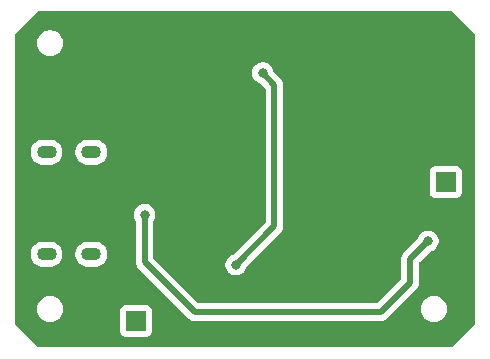
<source format=gbr>
%TF.GenerationSoftware,KiCad,Pcbnew,9.0.4*%
%TF.CreationDate,2025-10-19T21:38:03+02:00*%
%TF.ProjectId,3v-switching-voltage-regulator,33762d73-7769-4746-9368-696e672d766f,rev?*%
%TF.SameCoordinates,Original*%
%TF.FileFunction,Copper,L2,Bot*%
%TF.FilePolarity,Positive*%
%FSLAX46Y46*%
G04 Gerber Fmt 4.6, Leading zero omitted, Abs format (unit mm)*
G04 Created by KiCad (PCBNEW 9.0.4) date 2025-10-19 21:38:03*
%MOMM*%
%LPD*%
G01*
G04 APERTURE LIST*
%TA.AperFunction,HeatsinkPad*%
%ADD10O,1.700000X1.100000*%
%TD*%
%TA.AperFunction,ComponentPad*%
%ADD11R,1.700000X1.700000*%
%TD*%
%TA.AperFunction,ComponentPad*%
%ADD12C,1.700000*%
%TD*%
%TA.AperFunction,ViaPad*%
%ADD13C,0.800000*%
%TD*%
%TA.AperFunction,Conductor*%
%ADD14C,0.500000*%
%TD*%
G04 APERTURE END LIST*
D10*
%TO.P,J1,S1,SHIELD*%
%TO.N,unconnected-(J1-SHIELD-PadS1)_1*%
X87750000Y-47468600D03*
%TO.N,unconnected-(J1-SHIELD-PadS1)_3*%
X83950000Y-47468600D03*
%TO.N,unconnected-(J1-SHIELD-PadS1)*%
X87750000Y-56108600D03*
%TO.N,unconnected-(J1-SHIELD-PadS1)_2*%
X83950000Y-56108600D03*
%TD*%
D11*
%TO.P,INPUT,1,Pin_1*%
%TO.N,VIN*%
X91540000Y-61750000D03*
D12*
%TO.P,INPUT,2,Pin_2*%
%TO.N,GND*%
X89000000Y-61750000D03*
%TD*%
D11*
%TO.P,J2,1,Pin_1*%
%TO.N,Vout3.3*%
X117750000Y-50000000D03*
D12*
%TO.P,J2,2,Pin_2*%
%TO.N,GND*%
X117750000Y-52540000D03*
%TD*%
D13*
%TO.N,VIN*%
X100000000Y-57000000D03*
X102250000Y-40750000D03*
%TO.N,GND*%
X90750000Y-43500000D03*
X111750000Y-56500000D03*
X89750000Y-43500000D03*
X88750000Y-42500000D03*
X88750000Y-44500000D03*
X90750000Y-42500000D03*
X111750000Y-57500000D03*
X111750000Y-55500000D03*
X89750000Y-44500000D03*
X90750000Y-44500000D03*
X89750000Y-42500000D03*
X88750000Y-43500000D03*
%TO.N,Vout3.3*%
X116250000Y-55000000D03*
X92250000Y-52750000D03*
%TD*%
D14*
%TO.N,VIN*%
X103250000Y-53750000D02*
X100000000Y-57000000D01*
X103250000Y-41750000D02*
X103250000Y-53750000D01*
X102250000Y-40750000D02*
X103250000Y-41750000D01*
%TO.N,Vout3.3*%
X116250000Y-55000000D02*
X114750000Y-56500000D01*
X96500000Y-61000000D02*
X92250000Y-56750000D01*
X114750000Y-56500000D02*
X114750000Y-58500000D01*
X114750000Y-58500000D02*
X112250000Y-61000000D01*
X112250000Y-61000000D02*
X96500000Y-61000000D01*
X92250000Y-56750000D02*
X92250000Y-52750000D01*
%TD*%
%TA.AperFunction,Conductor*%
%TO.N,GND*%
G36*
X118265470Y-35520185D02*
G01*
X118286112Y-35536819D01*
X120213181Y-37463888D01*
X120246666Y-37525211D01*
X120249500Y-37551569D01*
X120249500Y-61948431D01*
X120229815Y-62015470D01*
X120213181Y-62036112D01*
X118286112Y-63963181D01*
X118224789Y-63996666D01*
X118198431Y-63999500D01*
X83301569Y-63999500D01*
X83234530Y-63979815D01*
X83213888Y-63963181D01*
X81286819Y-62036112D01*
X81253334Y-61974789D01*
X81250500Y-61948431D01*
X81250500Y-60663389D01*
X83149500Y-60663389D01*
X83149500Y-60836611D01*
X83176598Y-61007701D01*
X83230127Y-61172445D01*
X83308768Y-61326788D01*
X83410586Y-61466928D01*
X83533072Y-61589414D01*
X83673212Y-61691232D01*
X83827555Y-61769873D01*
X83992299Y-61823402D01*
X84163389Y-61850500D01*
X84163390Y-61850500D01*
X84336610Y-61850500D01*
X84336611Y-61850500D01*
X84507701Y-61823402D01*
X84672445Y-61769873D01*
X84826788Y-61691232D01*
X84966928Y-61589414D01*
X85089414Y-61466928D01*
X85191232Y-61326788D01*
X85269873Y-61172445D01*
X85323402Y-61007701D01*
X85348041Y-60852135D01*
X90189500Y-60852135D01*
X90189500Y-62647870D01*
X90189501Y-62647876D01*
X90195908Y-62707483D01*
X90246202Y-62842328D01*
X90246206Y-62842335D01*
X90332452Y-62957544D01*
X90332455Y-62957547D01*
X90447664Y-63043793D01*
X90447671Y-63043797D01*
X90582517Y-63094091D01*
X90582516Y-63094091D01*
X90589444Y-63094835D01*
X90642127Y-63100500D01*
X92437872Y-63100499D01*
X92497483Y-63094091D01*
X92632331Y-63043796D01*
X92747546Y-62957546D01*
X92833796Y-62842331D01*
X92884091Y-62707483D01*
X92890500Y-62647873D01*
X92890499Y-60852128D01*
X92884091Y-60792517D01*
X92835929Y-60663389D01*
X92833797Y-60657671D01*
X92833793Y-60657664D01*
X92747547Y-60542455D01*
X92747544Y-60542452D01*
X92632335Y-60456206D01*
X92632328Y-60456202D01*
X92497482Y-60405908D01*
X92497483Y-60405908D01*
X92437883Y-60399501D01*
X92437881Y-60399500D01*
X92437873Y-60399500D01*
X92437864Y-60399500D01*
X90642129Y-60399500D01*
X90642123Y-60399501D01*
X90582516Y-60405908D01*
X90447671Y-60456202D01*
X90447664Y-60456206D01*
X90332455Y-60542452D01*
X90332452Y-60542455D01*
X90246206Y-60657664D01*
X90246202Y-60657671D01*
X90195908Y-60792517D01*
X90189501Y-60852116D01*
X90189501Y-60852123D01*
X90189500Y-60852135D01*
X85348041Y-60852135D01*
X85350500Y-60836611D01*
X85350500Y-60663389D01*
X85323402Y-60492299D01*
X85269873Y-60327555D01*
X85191232Y-60173212D01*
X85089414Y-60033072D01*
X84966928Y-59910586D01*
X84826788Y-59808768D01*
X84672445Y-59730127D01*
X84507701Y-59676598D01*
X84507699Y-59676597D01*
X84507698Y-59676597D01*
X84376271Y-59655781D01*
X84336611Y-59649500D01*
X84163389Y-59649500D01*
X84123728Y-59655781D01*
X83992302Y-59676597D01*
X83827552Y-59730128D01*
X83673211Y-59808768D01*
X83593256Y-59866859D01*
X83533072Y-59910586D01*
X83533070Y-59910588D01*
X83533069Y-59910588D01*
X83410588Y-60033069D01*
X83410588Y-60033070D01*
X83410586Y-60033072D01*
X83366859Y-60093256D01*
X83308768Y-60173211D01*
X83230128Y-60327552D01*
X83176597Y-60492302D01*
X83168654Y-60542454D01*
X83149500Y-60663389D01*
X81250500Y-60663389D01*
X81250500Y-56005130D01*
X82599500Y-56005130D01*
X82599500Y-56212069D01*
X82639868Y-56415012D01*
X82639870Y-56415020D01*
X82719058Y-56606196D01*
X82834024Y-56778257D01*
X82980342Y-56924575D01*
X82980345Y-56924577D01*
X83152402Y-57039541D01*
X83343580Y-57118730D01*
X83546530Y-57159099D01*
X83546534Y-57159100D01*
X83546535Y-57159100D01*
X84353466Y-57159100D01*
X84353467Y-57159099D01*
X84556420Y-57118730D01*
X84747598Y-57039541D01*
X84919655Y-56924577D01*
X85065977Y-56778255D01*
X85180941Y-56606198D01*
X85260130Y-56415020D01*
X85300500Y-56212065D01*
X85300500Y-56005135D01*
X85300499Y-56005130D01*
X86399500Y-56005130D01*
X86399500Y-56212069D01*
X86439868Y-56415012D01*
X86439870Y-56415020D01*
X86519058Y-56606196D01*
X86634024Y-56778257D01*
X86780342Y-56924575D01*
X86780345Y-56924577D01*
X86952402Y-57039541D01*
X87143580Y-57118730D01*
X87346530Y-57159099D01*
X87346534Y-57159100D01*
X87346535Y-57159100D01*
X88153466Y-57159100D01*
X88153467Y-57159099D01*
X88356420Y-57118730D01*
X88547598Y-57039541D01*
X88719655Y-56924577D01*
X88865977Y-56778255D01*
X88980941Y-56606198D01*
X89060130Y-56415020D01*
X89100500Y-56212065D01*
X89100500Y-56005135D01*
X89060130Y-55802180D01*
X88980941Y-55611002D01*
X88865977Y-55438945D01*
X88865975Y-55438942D01*
X88719657Y-55292624D01*
X88633626Y-55235141D01*
X88547598Y-55177659D01*
X88356420Y-55098470D01*
X88356412Y-55098468D01*
X88153469Y-55058100D01*
X88153465Y-55058100D01*
X87346535Y-55058100D01*
X87346530Y-55058100D01*
X87143587Y-55098468D01*
X87143579Y-55098470D01*
X86952403Y-55177658D01*
X86780342Y-55292624D01*
X86634024Y-55438942D01*
X86519058Y-55611003D01*
X86439870Y-55802179D01*
X86439868Y-55802187D01*
X86399500Y-56005130D01*
X85300499Y-56005130D01*
X85260130Y-55802180D01*
X85180941Y-55611002D01*
X85065977Y-55438945D01*
X85065975Y-55438942D01*
X84919657Y-55292624D01*
X84833626Y-55235141D01*
X84747598Y-55177659D01*
X84556420Y-55098470D01*
X84556412Y-55098468D01*
X84353469Y-55058100D01*
X84353465Y-55058100D01*
X83546535Y-55058100D01*
X83546530Y-55058100D01*
X83343587Y-55098468D01*
X83343579Y-55098470D01*
X83152403Y-55177658D01*
X82980342Y-55292624D01*
X82834024Y-55438942D01*
X82719058Y-55611003D01*
X82639870Y-55802179D01*
X82639868Y-55802187D01*
X82599500Y-56005130D01*
X81250500Y-56005130D01*
X81250500Y-52661304D01*
X91349500Y-52661304D01*
X91349500Y-52838695D01*
X91384103Y-53012658D01*
X91384106Y-53012667D01*
X91451984Y-53176542D01*
X91451985Y-53176543D01*
X91451987Y-53176547D01*
X91478602Y-53216378D01*
X91499480Y-53283055D01*
X91499500Y-53285269D01*
X91499500Y-56823918D01*
X91499500Y-56823920D01*
X91499499Y-56823920D01*
X91528340Y-56968907D01*
X91528343Y-56968917D01*
X91584914Y-57105492D01*
X91617812Y-57154727D01*
X91617813Y-57154730D01*
X91667046Y-57228414D01*
X91667052Y-57228421D01*
X94981085Y-60542452D01*
X96021585Y-61582952D01*
X96045429Y-61598883D01*
X96058342Y-61607512D01*
X96058345Y-61607513D01*
X96062373Y-61610205D01*
X96144505Y-61665084D01*
X96201080Y-61688518D01*
X96281088Y-61721659D01*
X96397241Y-61744763D01*
X96416468Y-61748587D01*
X96426081Y-61750500D01*
X96426082Y-61750500D01*
X112323920Y-61750500D01*
X112421462Y-61731096D01*
X112468913Y-61721658D01*
X112605495Y-61665084D01*
X112654729Y-61632186D01*
X112728416Y-61582952D01*
X113647979Y-60663389D01*
X115649500Y-60663389D01*
X115649500Y-60836611D01*
X115676598Y-61007701D01*
X115730127Y-61172445D01*
X115808768Y-61326788D01*
X115910586Y-61466928D01*
X116033072Y-61589414D01*
X116173212Y-61691232D01*
X116327555Y-61769873D01*
X116492299Y-61823402D01*
X116663389Y-61850500D01*
X116663390Y-61850500D01*
X116836610Y-61850500D01*
X116836611Y-61850500D01*
X117007701Y-61823402D01*
X117172445Y-61769873D01*
X117326788Y-61691232D01*
X117466928Y-61589414D01*
X117589414Y-61466928D01*
X117691232Y-61326788D01*
X117769873Y-61172445D01*
X117823402Y-61007701D01*
X117850500Y-60836611D01*
X117850500Y-60663389D01*
X117823402Y-60492299D01*
X117769873Y-60327555D01*
X117691232Y-60173212D01*
X117589414Y-60033072D01*
X117466928Y-59910586D01*
X117326788Y-59808768D01*
X117172445Y-59730127D01*
X117007701Y-59676598D01*
X117007699Y-59676597D01*
X117007698Y-59676597D01*
X116876271Y-59655781D01*
X116836611Y-59649500D01*
X116663389Y-59649500D01*
X116623728Y-59655781D01*
X116492302Y-59676597D01*
X116327552Y-59730128D01*
X116173211Y-59808768D01*
X116093256Y-59866859D01*
X116033072Y-59910586D01*
X116033070Y-59910588D01*
X116033069Y-59910588D01*
X115910588Y-60033069D01*
X115910588Y-60033070D01*
X115910586Y-60033072D01*
X115866859Y-60093256D01*
X115808768Y-60173211D01*
X115730128Y-60327552D01*
X115676597Y-60492302D01*
X115668654Y-60542454D01*
X115649500Y-60663389D01*
X113647979Y-60663389D01*
X115332952Y-58978416D01*
X115382186Y-58904729D01*
X115415084Y-58855495D01*
X115471658Y-58718913D01*
X115500500Y-58573918D01*
X115500500Y-56862228D01*
X115520185Y-56795189D01*
X115536815Y-56774551D01*
X116402192Y-55909173D01*
X116463513Y-55875690D01*
X116465545Y-55875266D01*
X116512666Y-55865894D01*
X116676547Y-55798013D01*
X116824035Y-55699464D01*
X116949464Y-55574035D01*
X117048013Y-55426547D01*
X117115894Y-55262666D01*
X117150500Y-55088691D01*
X117150500Y-54911309D01*
X117150500Y-54911306D01*
X117150499Y-54911304D01*
X117115896Y-54737341D01*
X117115893Y-54737332D01*
X117048016Y-54573459D01*
X117048009Y-54573446D01*
X116949464Y-54425965D01*
X116949461Y-54425961D01*
X116824038Y-54300538D01*
X116824034Y-54300535D01*
X116676553Y-54201990D01*
X116676540Y-54201983D01*
X116512667Y-54134106D01*
X116512658Y-54134103D01*
X116338694Y-54099500D01*
X116338691Y-54099500D01*
X116161309Y-54099500D01*
X116161306Y-54099500D01*
X115987341Y-54134103D01*
X115987332Y-54134106D01*
X115823459Y-54201983D01*
X115823446Y-54201990D01*
X115675965Y-54300535D01*
X115675961Y-54300538D01*
X115550538Y-54425961D01*
X115550535Y-54425965D01*
X115451990Y-54573446D01*
X115451983Y-54573459D01*
X115384106Y-54737331D01*
X115384104Y-54737337D01*
X115374759Y-54784320D01*
X115342373Y-54846230D01*
X115340823Y-54847808D01*
X114167047Y-56021584D01*
X114167043Y-56021589D01*
X114124733Y-56084914D01*
X114124732Y-56084916D01*
X114084919Y-56144499D01*
X114084912Y-56144511D01*
X114028343Y-56281082D01*
X114028340Y-56281092D01*
X113999500Y-56426079D01*
X113999500Y-58137770D01*
X113979815Y-58204809D01*
X113963181Y-58225451D01*
X111975451Y-60213181D01*
X111914128Y-60246666D01*
X111887770Y-60249500D01*
X96862229Y-60249500D01*
X96795190Y-60229815D01*
X96774548Y-60213181D01*
X93554266Y-56992898D01*
X93472672Y-56911304D01*
X99099500Y-56911304D01*
X99099500Y-57088695D01*
X99134103Y-57262658D01*
X99134106Y-57262667D01*
X99201983Y-57426540D01*
X99201990Y-57426553D01*
X99300535Y-57574034D01*
X99300538Y-57574038D01*
X99425961Y-57699461D01*
X99425965Y-57699464D01*
X99573446Y-57798009D01*
X99573459Y-57798016D01*
X99696363Y-57848923D01*
X99737334Y-57865894D01*
X99737336Y-57865894D01*
X99737341Y-57865896D01*
X99911304Y-57900499D01*
X99911307Y-57900500D01*
X99911309Y-57900500D01*
X100088693Y-57900500D01*
X100088694Y-57900499D01*
X100146682Y-57888964D01*
X100262658Y-57865896D01*
X100262661Y-57865894D01*
X100262666Y-57865894D01*
X100426547Y-57798013D01*
X100574035Y-57699464D01*
X100699464Y-57574035D01*
X100798013Y-57426547D01*
X100865894Y-57262666D01*
X100875239Y-57215680D01*
X100907622Y-57153772D01*
X100909119Y-57152247D01*
X103832952Y-54228416D01*
X103895967Y-54134106D01*
X103915084Y-54105495D01*
X103971658Y-53968913D01*
X104000500Y-53823918D01*
X104000500Y-49102135D01*
X116399500Y-49102135D01*
X116399500Y-50897870D01*
X116399501Y-50897876D01*
X116405908Y-50957483D01*
X116456202Y-51092328D01*
X116456206Y-51092335D01*
X116542452Y-51207544D01*
X116542455Y-51207547D01*
X116657664Y-51293793D01*
X116657671Y-51293797D01*
X116792517Y-51344091D01*
X116792516Y-51344091D01*
X116799444Y-51344835D01*
X116852127Y-51350500D01*
X118647872Y-51350499D01*
X118707483Y-51344091D01*
X118842331Y-51293796D01*
X118957546Y-51207546D01*
X119043796Y-51092331D01*
X119094091Y-50957483D01*
X119100500Y-50897873D01*
X119100499Y-49102128D01*
X119094091Y-49042517D01*
X119043796Y-48907669D01*
X119043795Y-48907668D01*
X119043793Y-48907664D01*
X118957547Y-48792455D01*
X118957544Y-48792452D01*
X118842335Y-48706206D01*
X118842328Y-48706202D01*
X118707482Y-48655908D01*
X118707483Y-48655908D01*
X118647883Y-48649501D01*
X118647881Y-48649500D01*
X118647873Y-48649500D01*
X118647864Y-48649500D01*
X116852129Y-48649500D01*
X116852123Y-48649501D01*
X116792516Y-48655908D01*
X116657671Y-48706202D01*
X116657664Y-48706206D01*
X116542455Y-48792452D01*
X116542452Y-48792455D01*
X116456206Y-48907664D01*
X116456202Y-48907671D01*
X116405908Y-49042517D01*
X116399501Y-49102116D01*
X116399501Y-49102123D01*
X116399500Y-49102135D01*
X104000500Y-49102135D01*
X104000500Y-41676082D01*
X103988528Y-41615894D01*
X103971659Y-41531088D01*
X103917408Y-41400117D01*
X103915764Y-41395522D01*
X103832954Y-41271588D01*
X103832953Y-41271587D01*
X103832951Y-41271584D01*
X103728416Y-41167049D01*
X103159175Y-40597807D01*
X103125690Y-40536484D01*
X103125262Y-40534432D01*
X103115894Y-40487334D01*
X103098923Y-40446363D01*
X103048016Y-40323459D01*
X103048009Y-40323446D01*
X102949464Y-40175965D01*
X102949461Y-40175961D01*
X102824038Y-40050538D01*
X102824034Y-40050535D01*
X102676553Y-39951990D01*
X102676540Y-39951983D01*
X102512667Y-39884106D01*
X102512658Y-39884103D01*
X102338694Y-39849500D01*
X102338691Y-39849500D01*
X102161309Y-39849500D01*
X102161306Y-39849500D01*
X101987341Y-39884103D01*
X101987332Y-39884106D01*
X101823459Y-39951983D01*
X101823446Y-39951990D01*
X101675965Y-40050535D01*
X101675961Y-40050538D01*
X101550538Y-40175961D01*
X101550535Y-40175965D01*
X101451990Y-40323446D01*
X101451983Y-40323459D01*
X101384106Y-40487332D01*
X101384103Y-40487341D01*
X101349500Y-40661304D01*
X101349500Y-40838695D01*
X101384103Y-41012658D01*
X101384106Y-41012667D01*
X101451983Y-41176540D01*
X101451990Y-41176553D01*
X101550535Y-41324034D01*
X101550538Y-41324038D01*
X101675961Y-41449461D01*
X101675965Y-41449464D01*
X101823446Y-41548009D01*
X101823459Y-41548016D01*
X101900106Y-41579763D01*
X101987334Y-41615894D01*
X102034318Y-41625239D01*
X102096227Y-41657622D01*
X102097807Y-41659175D01*
X102463181Y-42024548D01*
X102496666Y-42085871D01*
X102499500Y-42112229D01*
X102499500Y-53387769D01*
X102479815Y-53454808D01*
X102463181Y-53475450D01*
X99847807Y-56090823D01*
X99786484Y-56124308D01*
X99784319Y-56124759D01*
X99737337Y-56134104D01*
X99737331Y-56134106D01*
X99573459Y-56201983D01*
X99573446Y-56201990D01*
X99425965Y-56300535D01*
X99425961Y-56300538D01*
X99300538Y-56425961D01*
X99300535Y-56425965D01*
X99201990Y-56573446D01*
X99201983Y-56573459D01*
X99134106Y-56737332D01*
X99134103Y-56737341D01*
X99099500Y-56911304D01*
X93472672Y-56911304D01*
X93036819Y-56475451D01*
X93003334Y-56414128D01*
X93000500Y-56387770D01*
X93000500Y-53285269D01*
X93020185Y-53218230D01*
X93021398Y-53216378D01*
X93048013Y-53176547D01*
X93115894Y-53012666D01*
X93150500Y-52838691D01*
X93150500Y-52661309D01*
X93150500Y-52661306D01*
X93150499Y-52661304D01*
X93115896Y-52487341D01*
X93115893Y-52487332D01*
X93048016Y-52323459D01*
X93048009Y-52323446D01*
X92949464Y-52175965D01*
X92949461Y-52175961D01*
X92824038Y-52050538D01*
X92824034Y-52050535D01*
X92676553Y-51951990D01*
X92676540Y-51951983D01*
X92512667Y-51884106D01*
X92512658Y-51884103D01*
X92338694Y-51849500D01*
X92338691Y-51849500D01*
X92161309Y-51849500D01*
X92161306Y-51849500D01*
X91987341Y-51884103D01*
X91987332Y-51884106D01*
X91823459Y-51951983D01*
X91823446Y-51951990D01*
X91675965Y-52050535D01*
X91675961Y-52050538D01*
X91550538Y-52175961D01*
X91550535Y-52175965D01*
X91451990Y-52323446D01*
X91451983Y-52323459D01*
X91384106Y-52487332D01*
X91384103Y-52487341D01*
X91349500Y-52661304D01*
X81250500Y-52661304D01*
X81250500Y-47365130D01*
X82599500Y-47365130D01*
X82599500Y-47572069D01*
X82639868Y-47775012D01*
X82639870Y-47775020D01*
X82719058Y-47966196D01*
X82834024Y-48138257D01*
X82980342Y-48284575D01*
X82980345Y-48284577D01*
X83152402Y-48399541D01*
X83343580Y-48478730D01*
X83546530Y-48519099D01*
X83546534Y-48519100D01*
X83546535Y-48519100D01*
X84353466Y-48519100D01*
X84353467Y-48519099D01*
X84556420Y-48478730D01*
X84747598Y-48399541D01*
X84919655Y-48284577D01*
X85065977Y-48138255D01*
X85180941Y-47966198D01*
X85260130Y-47775020D01*
X85300500Y-47572065D01*
X85300500Y-47365135D01*
X85300499Y-47365130D01*
X86399500Y-47365130D01*
X86399500Y-47572069D01*
X86439868Y-47775012D01*
X86439870Y-47775020D01*
X86519058Y-47966196D01*
X86634024Y-48138257D01*
X86780342Y-48284575D01*
X86780345Y-48284577D01*
X86952402Y-48399541D01*
X87143580Y-48478730D01*
X87346530Y-48519099D01*
X87346534Y-48519100D01*
X87346535Y-48519100D01*
X88153466Y-48519100D01*
X88153467Y-48519099D01*
X88356420Y-48478730D01*
X88547598Y-48399541D01*
X88719655Y-48284577D01*
X88865977Y-48138255D01*
X88980941Y-47966198D01*
X89060130Y-47775020D01*
X89100500Y-47572065D01*
X89100500Y-47365135D01*
X89060130Y-47162180D01*
X88980941Y-46971002D01*
X88865977Y-46798945D01*
X88865975Y-46798942D01*
X88719657Y-46652624D01*
X88633626Y-46595141D01*
X88547598Y-46537659D01*
X88356420Y-46458470D01*
X88356412Y-46458468D01*
X88153469Y-46418100D01*
X88153465Y-46418100D01*
X87346535Y-46418100D01*
X87346530Y-46418100D01*
X87143587Y-46458468D01*
X87143579Y-46458470D01*
X86952403Y-46537658D01*
X86780342Y-46652624D01*
X86634024Y-46798942D01*
X86519058Y-46971003D01*
X86439870Y-47162179D01*
X86439868Y-47162187D01*
X86399500Y-47365130D01*
X85300499Y-47365130D01*
X85260130Y-47162180D01*
X85180941Y-46971002D01*
X85065977Y-46798945D01*
X85065975Y-46798942D01*
X84919657Y-46652624D01*
X84833626Y-46595141D01*
X84747598Y-46537659D01*
X84556420Y-46458470D01*
X84556412Y-46458468D01*
X84353469Y-46418100D01*
X84353465Y-46418100D01*
X83546535Y-46418100D01*
X83546530Y-46418100D01*
X83343587Y-46458468D01*
X83343579Y-46458470D01*
X83152403Y-46537658D01*
X82980342Y-46652624D01*
X82834024Y-46798942D01*
X82719058Y-46971003D01*
X82639870Y-47162179D01*
X82639868Y-47162187D01*
X82599500Y-47365130D01*
X81250500Y-47365130D01*
X81250500Y-38163389D01*
X83149500Y-38163389D01*
X83149500Y-38336611D01*
X83176598Y-38507701D01*
X83230127Y-38672445D01*
X83308768Y-38826788D01*
X83410586Y-38966928D01*
X83533072Y-39089414D01*
X83673212Y-39191232D01*
X83827555Y-39269873D01*
X83992299Y-39323402D01*
X84163389Y-39350500D01*
X84163390Y-39350500D01*
X84336610Y-39350500D01*
X84336611Y-39350500D01*
X84507701Y-39323402D01*
X84672445Y-39269873D01*
X84826788Y-39191232D01*
X84966928Y-39089414D01*
X85089414Y-38966928D01*
X85191232Y-38826788D01*
X85269873Y-38672445D01*
X85323402Y-38507701D01*
X85350500Y-38336611D01*
X85350500Y-38163389D01*
X85323402Y-37992299D01*
X85269873Y-37827555D01*
X85191232Y-37673212D01*
X85089414Y-37533072D01*
X84966928Y-37410586D01*
X84826788Y-37308768D01*
X84672445Y-37230127D01*
X84507701Y-37176598D01*
X84507699Y-37176597D01*
X84507698Y-37176597D01*
X84376271Y-37155781D01*
X84336611Y-37149500D01*
X84163389Y-37149500D01*
X84123728Y-37155781D01*
X83992302Y-37176597D01*
X83827552Y-37230128D01*
X83673211Y-37308768D01*
X83593256Y-37366859D01*
X83533072Y-37410586D01*
X83533070Y-37410588D01*
X83533069Y-37410588D01*
X83410588Y-37533069D01*
X83410588Y-37533070D01*
X83410586Y-37533072D01*
X83397147Y-37551569D01*
X83308768Y-37673211D01*
X83230128Y-37827552D01*
X83176597Y-37992302D01*
X83149500Y-38163389D01*
X81250500Y-38163389D01*
X81250500Y-37551569D01*
X81270185Y-37484530D01*
X81286819Y-37463888D01*
X83213888Y-35536819D01*
X83275211Y-35503334D01*
X83301569Y-35500500D01*
X118198431Y-35500500D01*
X118265470Y-35520185D01*
G37*
%TD.AperFunction*%
%TD*%
M02*

</source>
